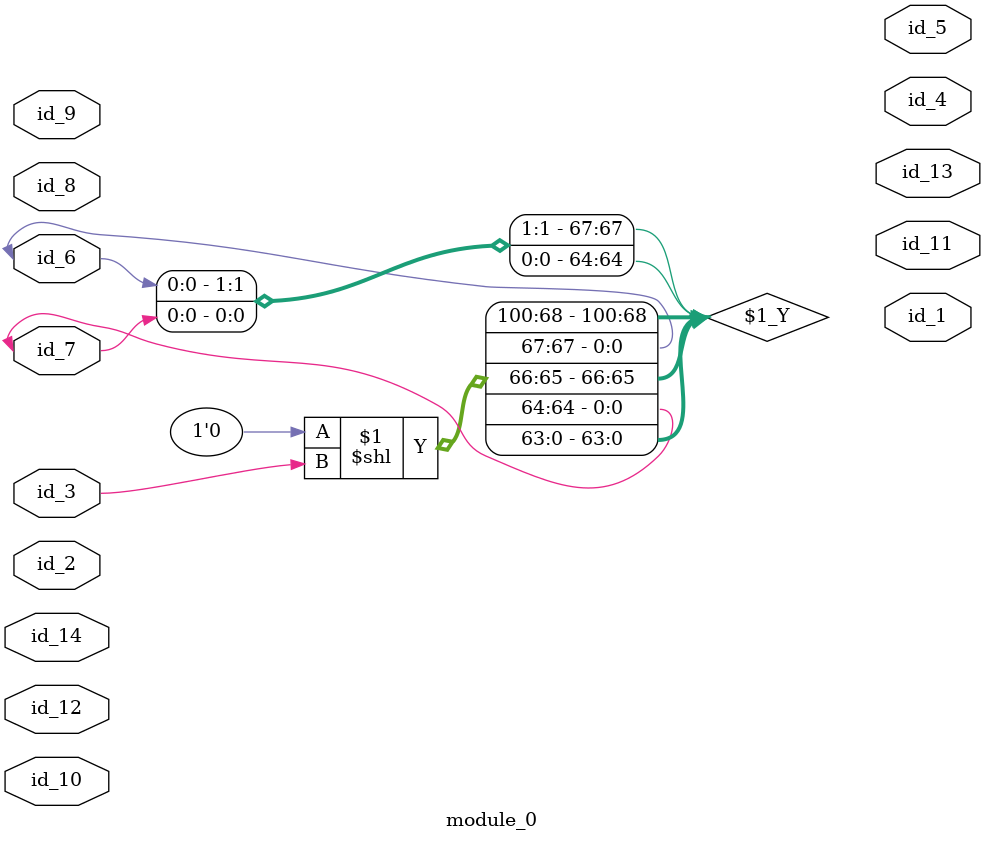
<source format=v>
module module_0 (
    id_1,
    id_2,
    id_3,
    id_4,
    id_5,
    id_6,
    id_7,
    id_8,
    id_9,
    id_10,
    id_11,
    id_12,
    id_13,
    id_14
);
  inout id_14;
  output id_13;
  inout id_12;
  output id_11;
  inout id_10;
  input id_9;
  input id_8;
  input id_7;
  inout id_6;
  output id_5;
  output id_4;
  inout id_3;
  inout id_2;
  output id_1;
  assign {1'b0, 1, id_6, 1'b0, 1'b0, id_7, 1, 1} = 1'b0 << id_3;
endmodule

</source>
